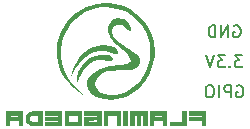
<source format=gbo>
G04 (created by PCBNEW (2013-07-07 BZR 4022)-stable) date 2015/2/26 10:28:25*
%MOIN*%
G04 Gerber Fmt 3.4, Leading zero omitted, Abs format*
%FSLAX34Y34*%
G01*
G70*
G90*
G04 APERTURE LIST*
%ADD10C,0.00590551*%
%ADD11C,0.008*%
%ADD12C,0.0001*%
G04 APERTURE END LIST*
G54D10*
G54D11*
X26400Y-16130D02*
X26438Y-16111D01*
X26495Y-16111D01*
X26552Y-16130D01*
X26590Y-16169D01*
X26609Y-16207D01*
X26628Y-16283D01*
X26628Y-16340D01*
X26609Y-16416D01*
X26590Y-16454D01*
X26552Y-16492D01*
X26495Y-16511D01*
X26457Y-16511D01*
X26400Y-16492D01*
X26380Y-16473D01*
X26380Y-16340D01*
X26457Y-16340D01*
X26209Y-16511D02*
X26209Y-16111D01*
X26057Y-16111D01*
X26019Y-16130D01*
X26000Y-16150D01*
X25980Y-16188D01*
X25980Y-16245D01*
X26000Y-16283D01*
X26019Y-16302D01*
X26057Y-16321D01*
X26209Y-16321D01*
X25809Y-16511D02*
X25809Y-16111D01*
X25542Y-16111D02*
X25466Y-16111D01*
X25428Y-16130D01*
X25390Y-16169D01*
X25371Y-16245D01*
X25371Y-16378D01*
X25390Y-16454D01*
X25428Y-16492D01*
X25466Y-16511D01*
X25542Y-16511D01*
X25580Y-16492D01*
X25619Y-16454D01*
X25638Y-16378D01*
X25638Y-16245D01*
X25619Y-16169D01*
X25580Y-16130D01*
X25542Y-16111D01*
X26590Y-15111D02*
X26342Y-15111D01*
X26476Y-15264D01*
X26419Y-15264D01*
X26380Y-15283D01*
X26361Y-15302D01*
X26342Y-15340D01*
X26342Y-15435D01*
X26361Y-15473D01*
X26380Y-15492D01*
X26419Y-15511D01*
X26533Y-15511D01*
X26571Y-15492D01*
X26590Y-15473D01*
X26171Y-15473D02*
X26152Y-15492D01*
X26171Y-15511D01*
X26190Y-15492D01*
X26171Y-15473D01*
X26171Y-15511D01*
X26019Y-15111D02*
X25771Y-15111D01*
X25904Y-15264D01*
X25847Y-15264D01*
X25809Y-15283D01*
X25790Y-15302D01*
X25771Y-15340D01*
X25771Y-15435D01*
X25790Y-15473D01*
X25809Y-15492D01*
X25847Y-15511D01*
X25961Y-15511D01*
X25999Y-15492D01*
X26019Y-15473D01*
X25657Y-15111D02*
X25523Y-15511D01*
X25390Y-15111D01*
X26304Y-14130D02*
X26342Y-14111D01*
X26400Y-14111D01*
X26457Y-14130D01*
X26495Y-14169D01*
X26514Y-14207D01*
X26533Y-14283D01*
X26533Y-14340D01*
X26514Y-14416D01*
X26495Y-14454D01*
X26457Y-14492D01*
X26400Y-14511D01*
X26361Y-14511D01*
X26304Y-14492D01*
X26285Y-14473D01*
X26285Y-14340D01*
X26361Y-14340D01*
X26114Y-14511D02*
X26114Y-14111D01*
X25885Y-14511D01*
X25885Y-14111D01*
X25695Y-14511D02*
X25695Y-14111D01*
X25599Y-14111D01*
X25542Y-14130D01*
X25504Y-14169D01*
X25485Y-14207D01*
X25466Y-14283D01*
X25466Y-14340D01*
X25485Y-14416D01*
X25504Y-14454D01*
X25542Y-14492D01*
X25599Y-14511D01*
X25695Y-14511D01*
G54D12*
G36*
X19287Y-17460D02*
X19214Y-17460D01*
X19140Y-17460D01*
X19140Y-17374D01*
X19140Y-17287D01*
X19140Y-17134D01*
X19136Y-17125D01*
X19120Y-17119D01*
X19089Y-17115D01*
X19037Y-17114D01*
X19000Y-17114D01*
X18936Y-17114D01*
X18895Y-17117D01*
X18871Y-17121D01*
X18861Y-17128D01*
X18860Y-17134D01*
X18865Y-17143D01*
X18880Y-17149D01*
X18912Y-17152D01*
X18963Y-17154D01*
X19000Y-17154D01*
X19064Y-17153D01*
X19106Y-17151D01*
X19129Y-17146D01*
X19139Y-17139D01*
X19140Y-17134D01*
X19140Y-17287D01*
X19000Y-17287D01*
X18860Y-17287D01*
X18860Y-17374D01*
X18860Y-17460D01*
X18787Y-17460D01*
X18714Y-17460D01*
X18714Y-17214D01*
X18714Y-16967D01*
X19000Y-16967D01*
X19287Y-16967D01*
X19287Y-17214D01*
X19287Y-17460D01*
X19287Y-17460D01*
X19287Y-17460D01*
G37*
G36*
X19940Y-17460D02*
X19794Y-17460D01*
X19794Y-17327D01*
X19794Y-17220D01*
X19794Y-17114D01*
X19686Y-17114D01*
X19631Y-17115D01*
X19595Y-17118D01*
X19571Y-17126D01*
X19552Y-17141D01*
X19546Y-17146D01*
X19519Y-17186D01*
X19516Y-17229D01*
X19529Y-17265D01*
X19548Y-17294D01*
X19578Y-17312D01*
X19624Y-17322D01*
X19691Y-17326D01*
X19697Y-17326D01*
X19794Y-17327D01*
X19794Y-17460D01*
X19744Y-17460D01*
X19663Y-17459D01*
X19605Y-17457D01*
X19563Y-17454D01*
X19533Y-17448D01*
X19508Y-17438D01*
X19499Y-17434D01*
X19440Y-17392D01*
X19396Y-17338D01*
X19373Y-17280D01*
X19373Y-17279D01*
X19368Y-17201D01*
X19382Y-17128D01*
X19413Y-17067D01*
X19440Y-17034D01*
X19468Y-17010D01*
X19501Y-16993D01*
X19545Y-16982D01*
X19603Y-16975D01*
X19680Y-16971D01*
X19737Y-16970D01*
X19940Y-16965D01*
X19940Y-17213D01*
X19940Y-17460D01*
X19940Y-17460D01*
X19940Y-17460D01*
G37*
G36*
X20594Y-17460D02*
X20307Y-17460D01*
X20020Y-17460D01*
X20020Y-17394D01*
X20020Y-17327D01*
X20234Y-17327D01*
X20315Y-17327D01*
X20373Y-17326D01*
X20411Y-17323D01*
X20434Y-17319D01*
X20445Y-17313D01*
X20447Y-17307D01*
X20443Y-17300D01*
X20431Y-17294D01*
X20404Y-17290D01*
X20361Y-17288D01*
X20299Y-17287D01*
X20234Y-17287D01*
X20020Y-17287D01*
X20020Y-17220D01*
X20020Y-17154D01*
X20234Y-17154D01*
X20315Y-17154D01*
X20373Y-17152D01*
X20411Y-17150D01*
X20434Y-17146D01*
X20445Y-17140D01*
X20447Y-17134D01*
X20443Y-17126D01*
X20431Y-17121D01*
X20404Y-17117D01*
X20361Y-17115D01*
X20299Y-17114D01*
X20234Y-17114D01*
X20020Y-17114D01*
X20020Y-17040D01*
X20020Y-16967D01*
X20307Y-16967D01*
X20594Y-16967D01*
X20594Y-17214D01*
X20594Y-17460D01*
X20594Y-17460D01*
X20594Y-17460D01*
G37*
G36*
X21247Y-17460D02*
X21100Y-17460D01*
X21100Y-17327D01*
X21100Y-17114D01*
X20820Y-17114D01*
X20820Y-17327D01*
X21100Y-17327D01*
X21100Y-17460D01*
X20674Y-17460D01*
X20674Y-16967D01*
X21247Y-16967D01*
X21247Y-17460D01*
X21247Y-17460D01*
X21247Y-17460D01*
G37*
G36*
X21900Y-17460D02*
X21614Y-17460D01*
X21327Y-17460D01*
X21327Y-17307D01*
X21327Y-17154D01*
X21521Y-17154D01*
X21715Y-17154D01*
X21711Y-17217D01*
X21707Y-17280D01*
X21590Y-17284D01*
X21532Y-17287D01*
X21496Y-17292D01*
X21478Y-17299D01*
X21474Y-17308D01*
X21478Y-17316D01*
X21495Y-17322D01*
X21528Y-17326D01*
X21582Y-17327D01*
X21614Y-17327D01*
X21754Y-17327D01*
X21754Y-17220D01*
X21754Y-17114D01*
X21540Y-17114D01*
X21327Y-17114D01*
X21327Y-17040D01*
X21327Y-16967D01*
X21614Y-16967D01*
X21900Y-16967D01*
X21900Y-17214D01*
X21900Y-17460D01*
X21900Y-17460D01*
X21900Y-17460D01*
G37*
G36*
X22554Y-17460D02*
X22407Y-17460D01*
X22407Y-17114D01*
X22127Y-17114D01*
X22127Y-17460D01*
X21980Y-17460D01*
X21980Y-16967D01*
X22554Y-16967D01*
X22554Y-17460D01*
X22554Y-17460D01*
X22554Y-17460D01*
G37*
G36*
X22780Y-17460D02*
X22700Y-17460D01*
X22620Y-17460D01*
X22623Y-17217D01*
X22627Y-16974D01*
X22704Y-16970D01*
X22780Y-16966D01*
X22780Y-17213D01*
X22780Y-17460D01*
X22780Y-17460D01*
X22780Y-17460D01*
G37*
G36*
X23434Y-17460D02*
X23287Y-17460D01*
X23287Y-17114D01*
X23220Y-17114D01*
X23220Y-17460D01*
X23074Y-17460D01*
X23074Y-17114D01*
X23007Y-17114D01*
X23007Y-17460D01*
X22860Y-17460D01*
X22860Y-16967D01*
X23434Y-16967D01*
X23434Y-17460D01*
X23434Y-17460D01*
X23434Y-17460D01*
G37*
G36*
X24087Y-17460D02*
X24014Y-17460D01*
X23940Y-17460D01*
X23940Y-17374D01*
X23940Y-17287D01*
X23940Y-17134D01*
X23936Y-17125D01*
X23920Y-17119D01*
X23889Y-17115D01*
X23837Y-17114D01*
X23800Y-17114D01*
X23736Y-17114D01*
X23695Y-17117D01*
X23671Y-17121D01*
X23661Y-17128D01*
X23660Y-17134D01*
X23665Y-17143D01*
X23680Y-17149D01*
X23712Y-17152D01*
X23763Y-17154D01*
X23800Y-17154D01*
X23864Y-17153D01*
X23906Y-17151D01*
X23929Y-17146D01*
X23939Y-17139D01*
X23940Y-17134D01*
X23940Y-17287D01*
X23800Y-17287D01*
X23660Y-17287D01*
X23660Y-17374D01*
X23660Y-17460D01*
X23587Y-17460D01*
X23514Y-17460D01*
X23514Y-17214D01*
X23514Y-16967D01*
X23800Y-16967D01*
X24087Y-16967D01*
X24087Y-17214D01*
X24087Y-17460D01*
X24087Y-17460D01*
X24087Y-17460D01*
G37*
G36*
X24740Y-17460D02*
X24167Y-17460D01*
X24167Y-17327D01*
X24594Y-17327D01*
X24594Y-16967D01*
X24740Y-16967D01*
X24740Y-17460D01*
X24740Y-17460D01*
X24740Y-17460D01*
G37*
G36*
X25394Y-17460D02*
X25320Y-17460D01*
X25247Y-17460D01*
X25247Y-17374D01*
X25247Y-17287D01*
X25034Y-17287D01*
X24820Y-17287D01*
X24820Y-17220D01*
X24820Y-17154D01*
X25034Y-17154D01*
X25115Y-17154D01*
X25173Y-17152D01*
X25211Y-17150D01*
X25234Y-17146D01*
X25245Y-17140D01*
X25247Y-17134D01*
X25243Y-17126D01*
X25231Y-17121D01*
X25204Y-17117D01*
X25161Y-17115D01*
X25099Y-17114D01*
X25034Y-17114D01*
X24820Y-17114D01*
X24820Y-17040D01*
X24820Y-16967D01*
X25107Y-16967D01*
X25394Y-16967D01*
X25394Y-17214D01*
X25394Y-17460D01*
X25394Y-17460D01*
X25394Y-17460D01*
G37*
G36*
X23681Y-14985D02*
X23677Y-15083D01*
X23668Y-15162D01*
X23627Y-15379D01*
X23564Y-15582D01*
X23479Y-15771D01*
X23371Y-15946D01*
X23241Y-16105D01*
X23090Y-16248D01*
X22918Y-16376D01*
X22865Y-16409D01*
X22715Y-16486D01*
X22551Y-16542D01*
X22381Y-16578D01*
X22208Y-16590D01*
X22039Y-16580D01*
X22013Y-16576D01*
X21862Y-16540D01*
X21731Y-16488D01*
X21619Y-16419D01*
X21527Y-16334D01*
X21456Y-16232D01*
X21444Y-16208D01*
X21420Y-16134D01*
X21413Y-16051D01*
X21422Y-15969D01*
X21446Y-15900D01*
X21493Y-15832D01*
X21560Y-15761D01*
X21644Y-15690D01*
X21739Y-15625D01*
X21840Y-15567D01*
X21943Y-15522D01*
X21943Y-15521D01*
X22035Y-15492D01*
X22141Y-15469D01*
X22264Y-15451D01*
X22409Y-15438D01*
X22459Y-15434D01*
X22537Y-15428D01*
X22612Y-15421D01*
X22676Y-15412D01*
X22723Y-15404D01*
X22736Y-15401D01*
X22792Y-15376D01*
X22837Y-15341D01*
X22866Y-15301D01*
X22873Y-15270D01*
X22861Y-15215D01*
X22827Y-15150D01*
X22772Y-15079D01*
X22699Y-15002D01*
X22609Y-14923D01*
X22576Y-14896D01*
X22502Y-14834D01*
X22427Y-14764D01*
X22353Y-14691D01*
X22287Y-14618D01*
X22232Y-14551D01*
X22192Y-14494D01*
X22185Y-14480D01*
X22146Y-14398D01*
X22124Y-14326D01*
X22119Y-14259D01*
X22127Y-14190D01*
X22156Y-14089D01*
X22201Y-14004D01*
X22259Y-13939D01*
X22329Y-13896D01*
X22360Y-13885D01*
X22420Y-13877D01*
X22494Y-13879D01*
X22571Y-13890D01*
X22636Y-13908D01*
X22713Y-13946D01*
X22779Y-14001D01*
X22830Y-14068D01*
X22863Y-14142D01*
X22874Y-14210D01*
X22872Y-14262D01*
X22865Y-14288D01*
X22850Y-14291D01*
X22823Y-14272D01*
X22797Y-14248D01*
X22725Y-14190D01*
X22646Y-14144D01*
X22566Y-14113D01*
X22493Y-14100D01*
X22486Y-14100D01*
X22412Y-14110D01*
X22345Y-14136D01*
X22292Y-14176D01*
X22281Y-14190D01*
X22258Y-14241D01*
X22248Y-14306D01*
X22253Y-14374D01*
X22272Y-14437D01*
X22273Y-14440D01*
X22324Y-14520D01*
X22400Y-14604D01*
X22499Y-14690D01*
X22619Y-14776D01*
X22747Y-14854D01*
X22867Y-14925D01*
X22964Y-14990D01*
X23041Y-15052D01*
X23101Y-15110D01*
X23146Y-15170D01*
X23166Y-15206D01*
X23190Y-15278D01*
X23188Y-15348D01*
X23162Y-15416D01*
X23114Y-15476D01*
X23045Y-15529D01*
X22960Y-15570D01*
X22933Y-15578D01*
X22905Y-15585D01*
X22873Y-15591D01*
X22831Y-15596D01*
X22777Y-15599D01*
X22707Y-15602D01*
X22617Y-15605D01*
X22520Y-15608D01*
X22399Y-15612D01*
X22302Y-15616D01*
X22223Y-15620D01*
X22159Y-15627D01*
X22107Y-15635D01*
X22062Y-15646D01*
X22021Y-15660D01*
X21979Y-15678D01*
X21961Y-15687D01*
X21878Y-15738D01*
X21806Y-15805D01*
X21747Y-15882D01*
X21707Y-15964D01*
X21691Y-16031D01*
X21695Y-16105D01*
X21722Y-16180D01*
X21769Y-16252D01*
X21831Y-16314D01*
X21907Y-16362D01*
X21921Y-16369D01*
X22025Y-16404D01*
X22143Y-16425D01*
X22269Y-16433D01*
X22394Y-16427D01*
X22508Y-16407D01*
X22661Y-16355D01*
X22809Y-16278D01*
X22950Y-16180D01*
X23082Y-16062D01*
X23202Y-15927D01*
X23307Y-15777D01*
X23387Y-15632D01*
X23460Y-15448D01*
X23508Y-15259D01*
X23531Y-15067D01*
X23527Y-14874D01*
X23498Y-14682D01*
X23443Y-14494D01*
X23381Y-14346D01*
X23284Y-14176D01*
X23170Y-14023D01*
X23040Y-13889D01*
X22897Y-13774D01*
X22743Y-13679D01*
X22580Y-13604D01*
X22411Y-13549D01*
X22235Y-13514D01*
X22058Y-13501D01*
X21879Y-13509D01*
X21702Y-13539D01*
X21528Y-13591D01*
X21360Y-13665D01*
X21199Y-13762D01*
X21048Y-13883D01*
X21020Y-13909D01*
X20921Y-14011D01*
X20839Y-14111D01*
X20768Y-14219D01*
X20707Y-14334D01*
X20628Y-14519D01*
X20575Y-14705D01*
X20548Y-14894D01*
X20546Y-15090D01*
X20551Y-15162D01*
X20576Y-15334D01*
X20616Y-15497D01*
X20674Y-15652D01*
X20750Y-15802D01*
X20846Y-15948D01*
X20963Y-16094D01*
X21104Y-16243D01*
X21268Y-16396D01*
X21280Y-16406D01*
X21311Y-16434D01*
X21321Y-16446D01*
X21314Y-16444D01*
X21290Y-16428D01*
X21251Y-16401D01*
X21199Y-16363D01*
X21135Y-16314D01*
X21120Y-16302D01*
X20978Y-16185D01*
X20851Y-16065D01*
X20739Y-15944D01*
X20647Y-15826D01*
X20576Y-15714D01*
X20547Y-15656D01*
X20486Y-15491D01*
X20442Y-15313D01*
X20415Y-15130D01*
X20408Y-14948D01*
X20419Y-14773D01*
X20427Y-14719D01*
X20475Y-14520D01*
X20547Y-14331D01*
X20641Y-14153D01*
X20755Y-13988D01*
X20888Y-13839D01*
X21038Y-13706D01*
X21203Y-13593D01*
X21382Y-13500D01*
X21519Y-13448D01*
X21602Y-13424D01*
X21699Y-13401D01*
X21800Y-13381D01*
X21899Y-13366D01*
X21986Y-13356D01*
X22040Y-13354D01*
X22111Y-13358D01*
X22199Y-13368D01*
X22296Y-13384D01*
X22394Y-13404D01*
X22486Y-13426D01*
X22541Y-13441D01*
X22726Y-13513D01*
X22900Y-13608D01*
X23061Y-13723D01*
X23209Y-13858D01*
X23339Y-14008D01*
X23450Y-14173D01*
X23541Y-14350D01*
X23609Y-14536D01*
X23639Y-14656D01*
X23662Y-14780D01*
X23676Y-14887D01*
X23681Y-14985D01*
X23681Y-14985D01*
X23681Y-14985D01*
G37*
G36*
X22274Y-15226D02*
X22262Y-15262D01*
X22229Y-15286D01*
X22177Y-15299D01*
X22109Y-15298D01*
X22027Y-15283D01*
X22016Y-15280D01*
X21897Y-15263D01*
X21779Y-15271D01*
X21658Y-15306D01*
X21535Y-15367D01*
X21535Y-15367D01*
X21448Y-15432D01*
X21363Y-15519D01*
X21281Y-15626D01*
X21207Y-15747D01*
X21143Y-15880D01*
X21135Y-15898D01*
X21114Y-15948D01*
X21096Y-15989D01*
X21083Y-16014D01*
X21080Y-16018D01*
X21077Y-16010D01*
X21076Y-15982D01*
X21079Y-15939D01*
X21079Y-15930D01*
X21095Y-15816D01*
X21122Y-15712D01*
X21163Y-15607D01*
X21183Y-15567D01*
X21255Y-15448D01*
X21348Y-15340D01*
X21459Y-15246D01*
X21583Y-15170D01*
X21716Y-15115D01*
X21720Y-15114D01*
X21805Y-15094D01*
X21892Y-15085D01*
X21979Y-15085D01*
X22062Y-15094D01*
X22136Y-15111D01*
X22198Y-15136D01*
X22244Y-15166D01*
X22269Y-15203D01*
X22274Y-15226D01*
X22274Y-15226D01*
X22274Y-15226D01*
G37*
G36*
X22447Y-14987D02*
X22441Y-15026D01*
X22420Y-15050D01*
X22384Y-15060D01*
X22330Y-15055D01*
X22256Y-15036D01*
X22202Y-15018D01*
X22147Y-14999D01*
X22103Y-14987D01*
X22061Y-14979D01*
X22011Y-14976D01*
X21947Y-14974D01*
X21914Y-14974D01*
X21837Y-14975D01*
X21779Y-14978D01*
X21731Y-14984D01*
X21688Y-14994D01*
X21654Y-15005D01*
X21513Y-15067D01*
X21379Y-15154D01*
X21253Y-15266D01*
X21134Y-15404D01*
X21023Y-15568D01*
X20953Y-15691D01*
X20926Y-15740D01*
X20905Y-15777D01*
X20891Y-15798D01*
X20887Y-15800D01*
X20891Y-15782D01*
X20901Y-15745D01*
X20916Y-15694D01*
X20928Y-15653D01*
X20991Y-15481D01*
X21069Y-15325D01*
X21161Y-15188D01*
X21264Y-15072D01*
X21343Y-15004D01*
X21483Y-14910D01*
X21627Y-14840D01*
X21772Y-14794D01*
X21918Y-14773D01*
X22061Y-14776D01*
X22118Y-14786D01*
X22218Y-14811D01*
X22303Y-14843D01*
X22371Y-14880D01*
X22419Y-14922D01*
X22444Y-14965D01*
X22447Y-14987D01*
X22447Y-14987D01*
X22447Y-14987D01*
G37*
M02*

</source>
